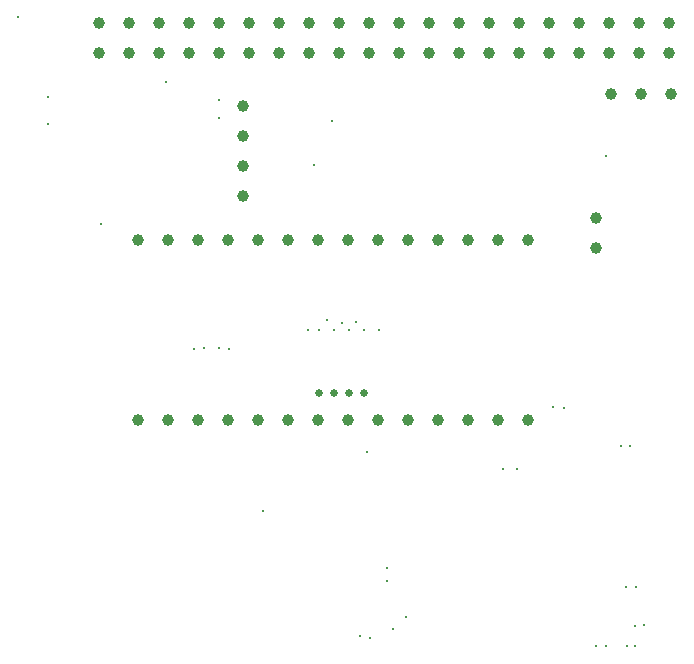
<source format=gbr>
%TF.GenerationSoftware,KiCad,Pcbnew,7.0.7*%
%TF.CreationDate,2023-10-01T20:01:11+02:00*%
%TF.ProjectId,testing_board,74657374-696e-4675-9f62-6f6172642e6b,rev?*%
%TF.SameCoordinates,Original*%
%TF.FileFunction,Plated,1,2,PTH,Drill*%
%TF.FilePolarity,Positive*%
%FSLAX46Y46*%
G04 Gerber Fmt 4.6, Leading zero omitted, Abs format (unit mm)*
G04 Created by KiCad (PCBNEW 7.0.7) date 2023-10-01 20:01:11*
%MOMM*%
%LPD*%
G01*
G04 APERTURE LIST*
%TA.AperFunction,ViaDrill*%
%ADD10C,0.300000*%
%TD*%
%TA.AperFunction,ComponentDrill*%
%ADD11C,0.680000*%
%TD*%
%TA.AperFunction,ComponentDrill*%
%ADD12C,1.000000*%
%TD*%
G04 APERTURE END LIST*
D10*
X101500000Y-45750000D03*
X104000000Y-52500000D03*
X104000000Y-54750000D03*
X108500000Y-63250000D03*
X114000000Y-51250000D03*
X116400000Y-73800000D03*
X117250000Y-73750000D03*
X118500000Y-52750000D03*
X118500000Y-54250000D03*
X118500000Y-73750000D03*
X119300000Y-73800000D03*
X122250000Y-87500000D03*
X126000000Y-72250000D03*
X126500000Y-58250000D03*
X127000000Y-72250000D03*
X127600000Y-71400000D03*
X128075000Y-54500000D03*
X128250000Y-72250000D03*
X128900000Y-71600000D03*
X129500000Y-72250000D03*
X130100000Y-71500000D03*
X130400000Y-98100000D03*
X130750000Y-72250000D03*
X131000000Y-82500000D03*
X131250000Y-98250000D03*
X132000000Y-72250000D03*
X132700000Y-92400000D03*
X132750000Y-93500000D03*
X133250000Y-97500000D03*
X134300000Y-96500000D03*
X142500000Y-83998500D03*
X143750000Y-83998500D03*
X146734677Y-78765323D03*
X147718098Y-78781904D03*
X150400000Y-99000000D03*
X151250000Y-57500000D03*
X151250000Y-99000000D03*
X152500000Y-82000000D03*
X152984677Y-94000000D03*
X153000000Y-99000000D03*
X153300000Y-82000000D03*
X153750000Y-97250000D03*
X153750000Y-99000000D03*
X153800000Y-94000000D03*
X154500000Y-97200000D03*
D11*
%TO.C,J4*%
X127000000Y-77575000D03*
X128270000Y-77575000D03*
X129540000Y-77575000D03*
X130810000Y-77575000D03*
D12*
%TO.C,J1*%
X108370000Y-46230000D03*
X108370000Y-48770000D03*
X110910000Y-46230000D03*
X110910000Y-48770000D03*
%TO.C,J3*%
X111630000Y-64585000D03*
%TO.C,J2*%
X111630000Y-79825000D03*
%TO.C,J1*%
X113450000Y-46230000D03*
X113450000Y-48770000D03*
%TO.C,J3*%
X114170000Y-64585000D03*
%TO.C,J2*%
X114170000Y-79825000D03*
%TO.C,J1*%
X115990000Y-46230000D03*
X115990000Y-48770000D03*
%TO.C,J3*%
X116710000Y-64585000D03*
%TO.C,J2*%
X116710000Y-79825000D03*
%TO.C,J1*%
X118530000Y-46230000D03*
X118530000Y-48770000D03*
%TO.C,J3*%
X119250000Y-64585000D03*
%TO.C,J2*%
X119250000Y-79825000D03*
%TO.C,J5*%
X120500000Y-53210000D03*
X120500000Y-55750000D03*
X120500000Y-58290000D03*
X120500000Y-60830000D03*
%TO.C,J1*%
X121070000Y-46230000D03*
X121070000Y-48770000D03*
%TO.C,J3*%
X121790000Y-64585000D03*
%TO.C,J2*%
X121790000Y-79825000D03*
%TO.C,J1*%
X123610000Y-46230000D03*
X123610000Y-48770000D03*
%TO.C,J3*%
X124330000Y-64585000D03*
%TO.C,J2*%
X124330000Y-79825000D03*
%TO.C,J1*%
X126150000Y-46230000D03*
X126150000Y-48770000D03*
%TO.C,J3*%
X126870000Y-64585000D03*
%TO.C,J2*%
X126870000Y-79825000D03*
%TO.C,J1*%
X128690000Y-46230000D03*
X128690000Y-48770000D03*
%TO.C,J3*%
X129410000Y-64585000D03*
%TO.C,J2*%
X129410000Y-79825000D03*
%TO.C,J1*%
X131230000Y-46230000D03*
X131230000Y-48770000D03*
%TO.C,J3*%
X131950000Y-64585000D03*
%TO.C,J2*%
X131950000Y-79825000D03*
%TO.C,J1*%
X133770000Y-46230000D03*
X133770000Y-48770000D03*
%TO.C,J3*%
X134490000Y-64585000D03*
%TO.C,J2*%
X134490000Y-79825000D03*
%TO.C,J1*%
X136310000Y-46230000D03*
X136310000Y-48770000D03*
%TO.C,J3*%
X137030000Y-64585000D03*
%TO.C,J2*%
X137030000Y-79825000D03*
%TO.C,J1*%
X138850000Y-46230000D03*
X138850000Y-48770000D03*
%TO.C,J3*%
X139570000Y-64585000D03*
%TO.C,J2*%
X139570000Y-79825000D03*
%TO.C,J1*%
X141390000Y-46230000D03*
X141390000Y-48770000D03*
%TO.C,J3*%
X142110000Y-64585000D03*
%TO.C,J2*%
X142110000Y-79825000D03*
%TO.C,J1*%
X143930000Y-46230000D03*
X143930000Y-48770000D03*
%TO.C,J3*%
X144650000Y-64585000D03*
%TO.C,J2*%
X144650000Y-79825000D03*
%TO.C,J1*%
X146470000Y-46230000D03*
X146470000Y-48770000D03*
X149010000Y-46230000D03*
X149010000Y-48770000D03*
%TO.C,J6*%
X150425000Y-62725000D03*
X150425000Y-65265000D03*
%TO.C,J1*%
X151550000Y-46230000D03*
X151550000Y-48770000D03*
%TO.C,J7*%
X151710000Y-52250000D03*
%TO.C,J1*%
X154090000Y-46230000D03*
X154090000Y-48770000D03*
%TO.C,J7*%
X154250000Y-52250000D03*
%TO.C,J1*%
X156630000Y-46230000D03*
X156630000Y-48770000D03*
%TO.C,J7*%
X156790000Y-52250000D03*
M02*

</source>
